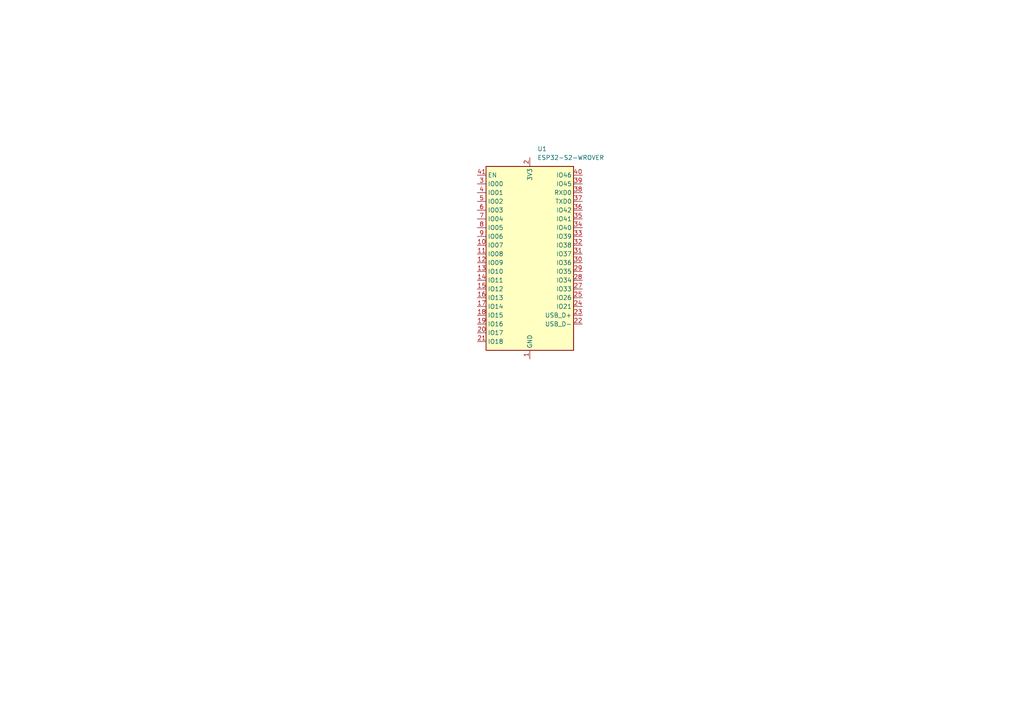
<source format=kicad_sch>
(kicad_sch (version 20231120) (generator "eeschema") (generator_version "8.0")
  (paper "A4")
  (lib_symbols
    (symbol "RF_Module:ESP32-S2-WROVER"
      (property "Reference" "U" (at -12.7 29.21 0))
      (property "Value" "ESP32-S2-WROVER" (at 2.54 29.21 0))
      (symbol "ESP32-S2-WROVER_0_1"
        (rectangle (start -12.7 27.94) (end 12.7 -25.4) (stroke (width 0.254)) (fill (type background)))
      )
      (symbol "ESP32-S2-WROVER_1_1"
        (pin power_in line (at 0 -27.94 90) (length 2.54) (name "GND") (number "1"))
        (pin bidirectional line (at -15.24 5.08 0) (length 2.54) (name "IO07") (number "10"))
        (pin bidirectional line (at -15.24 2.54 0) (length 2.54) (name "IO08") (number "11"))
        (pin bidirectional line (at -15.24 0 0) (length 2.54) (name "IO09") (number "12"))
        (pin bidirectional line (at -15.24 -2.54 0) (length 2.54) (name "IO10") (number "13"))
        (pin bidirectional line (at -15.24 -5.08 0) (length 2.54) (name "IO11") (number "14"))
        (pin bidirectional line (at -15.24 -7.62 0) (length 2.54) (name "IO12") (number "15"))
        (pin bidirectional line (at -15.24 -10.16 0) (length 2.54) (name "IO13") (number "16"))
        (pin bidirectional line (at -15.24 -12.7 0) (length 2.54) (name "IO14") (number "17"))
        (pin bidirectional line (at -15.24 -15.24 0) (length 2.54) (name "IO15") (number "18"))
        (pin bidirectional line (at -15.24 -17.78 0) (length 2.54) (name "IO16") (number "19"))
        (pin power_in line (at 0 30.48 270) (length 2.54) (name "3V3") (number "2"))
        (pin bidirectional line (at -15.24 -20.32 0) (length 2.54) (name "IO17") (number "20"))
        (pin bidirectional line (at -15.24 -22.86 0) (length 2.54) (name "IO18") (number "21"))
        (pin bidirectional line (at 15.24 -17.78 180) (length 2.54) (name "USB_D-") (number "22"))
        (pin bidirectional line (at 15.24 -15.24 180) (length 2.54) (name "USB_D+") (number "23"))
        (pin bidirectional line (at 15.24 -12.7 180) (length 2.54) (name "IO21") (number "24"))
        (pin bidirectional line (at 15.24 -10.16 180) (length 2.54) (name "IO26") (number "25"))
        (pin passive line (at 0 -27.94 90) (length 2.54) hide (name "GND") (number "26"))
        (pin bidirectional line (at 15.24 -7.62 180) (length 2.54) (name "IO33") (number "27"))
        (pin bidirectional line (at 15.24 -5.08 180) (length 2.54) (name "IO34") (number "28"))
        (pin bidirectional line (at 15.24 -2.54 180) (length 2.54) (name "IO35") (number "29"))
        (pin bidirectional line (at -15.24 22.86 0) (length 2.54) (name "IO00") (number "3"))
        (pin bidirectional line (at 15.24 0 180) (length 2.54) (name "IO36") (number "30"))
        (pin bidirectional line (at 15.24 2.54 180) (length 2.54) (name "IO37") (number "31"))
        (pin bidirectional line (at 15.24 5.08 180) (length 2.54) (name "IO38") (number "32"))
        (pin bidirectional line (at 15.24 7.62 180) (length 2.54) (name "IO39") (number "33"))
        (pin bidirectional line (at 15.24 10.16 180) (length 2.54) (name "IO40") (number "34"))
        (pin bidirectional line (at 15.24 12.7 180) (length 2.54) (name "IO41") (number "35"))
        (pin bidirectional line (at 15.24 15.24 180) (length 2.54) (name "IO42") (number "36"))
        (pin bidirectional line (at 15.24 17.78 180) (length 2.54) (name "TXD0") (number "37"))
        (pin bidirectional line (at 15.24 20.32 180) (length 2.54) (name "RXD0") (number "38"))
        (pin bidirectional line (at 15.24 22.86 180) (length 2.54) (name "IO45") (number "39"))
        (pin bidirectional line (at -15.24 20.32 0) (length 2.54) (name "IO01") (number "4"))
        (pin input line (at 15.24 25.4 180) (length 2.54) (name "IO46") (number "40"))
        (pin input line (at -15.24 25.4 0) (length 2.54) (name "EN") (number "41"))
        (pin passive line (at 0 -27.94 90) (length 2.54) hide (name "GND") (number "42"))
        (pin passive line (at 0 -27.94 90) (length 2.54) hide (name "GND") (number "43"))
        (pin bidirectional line (at -15.24 17.78 0) (length 2.54) (name "IO02") (number "5"))
        (pin bidirectional line (at -15.24 15.24 0) (length 2.54) (name "IO03") (number "6"))
        (pin bidirectional line (at -15.24 12.7 0) (length 2.54) (name "IO04") (number "7"))
        (pin bidirectional line (at -15.24 10.16 0) (length 2.54) (name "IO05") (number "8"))
        (pin bidirectional line (at -15.24 7.62 0) (length 2.54) (name "IO06") (number "9"))
      )
    )
  )
  (symbol (lib_id "RF_Module:ESP32-S2-WROVER") (at 153.67 76.2 0) (unit 1)
    (property "Reference" "U1" (at 155.8641 43.18 0) (effects (justify left)))
    (property "Value" "ESP32-S2-WROVER" (at 155.8641 45.72 0) (effects (justify left)))
    (property "Footprint" "RF_Module:ESP32-S2-WROVER" (effects (hide yes)))
    (property "Datasheet" "https://www.espressif.com/sites/default/files/documentation/esp32-s2-wroom_esp32-s2-wroom-i_datasheet_en.pdf" (effects (hide yes)))
    (property "Description" "RF Module, ESP32-D0WDQ6 SoC, Wi-Fi 802.11b/g/n, 32-bit, 2.7-3.6V, onboard antenna, SMD" (effects (hide yes)))
  )
)
</source>
